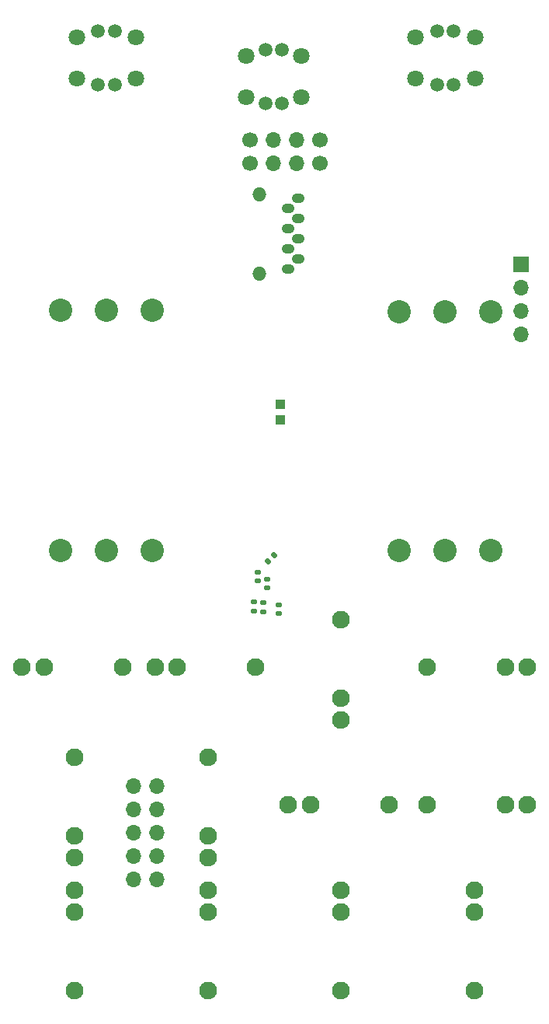
<source format=gbr>
G04 #@! TF.GenerationSoftware,KiCad,Pcbnew,8.0.5*
G04 #@! TF.CreationDate,2024-10-10T15:49:41-07:00*
G04 #@! TF.ProjectId,Sampler-built,53616d70-6c65-4722-9d62-75696c742e6b,rev?*
G04 #@! TF.SameCoordinates,PX38444c0PY67f3540*
G04 #@! TF.FileFunction,Soldermask,Bot*
G04 #@! TF.FilePolarity,Negative*
%FSLAX46Y46*%
G04 Gerber Fmt 4.6, Leading zero omitted, Abs format (unit mm)*
G04 Created by KiCad (PCBNEW 8.0.5) date 2024-10-10 15:49:41*
%MOMM*%
%LPD*%
G01*
G04 APERTURE LIST*
G04 Aperture macros list*
%AMRoundRect*
0 Rectangle with rounded corners*
0 $1 Rounding radius*
0 $2 $3 $4 $5 $6 $7 $8 $9 X,Y pos of 4 corners*
0 Add a 4 corners polygon primitive as box body*
4,1,4,$2,$3,$4,$5,$6,$7,$8,$9,$2,$3,0*
0 Add four circle primitives for the rounded corners*
1,1,$1+$1,$2,$3*
1,1,$1+$1,$4,$5*
1,1,$1+$1,$6,$7*
1,1,$1+$1,$8,$9*
0 Add four rect primitives between the rounded corners*
20,1,$1+$1,$2,$3,$4,$5,0*
20,1,$1+$1,$4,$5,$6,$7,0*
20,1,$1+$1,$6,$7,$8,$9,0*
20,1,$1+$1,$8,$9,$2,$3,0*%
G04 Aperture macros list end*
%ADD10C,1.700000*%
%ADD11O,1.700000X1.700000*%
%ADD12R,1.700000X1.700000*%
%ADD13C,1.930400*%
%ADD14RoundRect,0.147500X-0.172500X0.147500X-0.172500X-0.147500X0.172500X-0.147500X0.172500X0.147500X0*%
%ADD15C,1.800000*%
%ADD16C,1.500000*%
%ADD17O,1.397000X1.092200*%
%ADD18O,1.524000X1.524000*%
%ADD19R,1.000000X1.000000*%
%ADD20C,2.540000*%
%ADD21RoundRect,0.147500X0.172500X-0.147500X0.172500X0.147500X-0.172500X0.147500X-0.172500X-0.147500X0*%
%ADD22RoundRect,0.147500X0.017678X-0.226274X0.226274X-0.017678X-0.017678X0.226274X-0.226274X0.017678X0*%
G04 APERTURE END LIST*
D10*
G04 #@! TO.C,J4*
X-32104785Y91900000D03*
X-32104785Y94440000D03*
D11*
X-29564785Y91900000D03*
X-29564785Y94440000D03*
X-27024785Y91900000D03*
X-27024785Y94440000D03*
D10*
X-24484785Y91900000D03*
X-24484785Y94440000D03*
G04 #@! TD*
D12*
G04 #@! TO.C,J3*
X-2524785Y80900000D03*
D11*
X-2524785Y78360000D03*
X-2524785Y75820000D03*
X-2524785Y73280000D03*
G04 #@! TD*
G04 #@! TO.C,J10*
X-42274785Y13930000D03*
X-44814785Y13930000D03*
X-42274785Y16470000D03*
X-44814785Y16470000D03*
X-42274785Y19010000D03*
X-44814785Y19010000D03*
X-42274785Y21550000D03*
X-44814785Y21550000D03*
X-42274785Y24090000D03*
X-44814785Y24090000D03*
G04 #@! TD*
D13*
G04 #@! TO.C,J12*
X-51206000Y27276000D03*
X-51206000Y16303200D03*
X-51206000Y18716200D03*
G04 #@! TD*
G04 #@! TO.C,J17*
X-22158000Y1833000D03*
X-22158000Y12805800D03*
X-22158000Y10392800D03*
G04 #@! TD*
G04 #@! TO.C,J16*
X-7630000Y1833000D03*
X-7630000Y12805800D03*
X-7630000Y10392800D03*
G04 #@! TD*
D14*
G04 #@! TO.C,C30*
X-28984785Y43875000D03*
X-28984785Y42905000D03*
G04 #@! TD*
D15*
G04 #@! TO.C,Bank_But1*
X-7570000Y105654000D03*
X-14070000Y105654000D03*
X-7570000Y101154000D03*
X-14070000Y101154000D03*
D16*
X-9920000Y106304000D03*
X-11720000Y106304000D03*
X-11720000Y100504000D03*
X-9920000Y100504000D03*
G04 #@! TD*
D17*
G04 #@! TO.C,SD1*
X-27953000Y80396249D03*
X-26853180Y81496069D03*
X-27953000Y82596143D03*
X-26853180Y83695963D03*
X-27953000Y84796037D03*
X-26853180Y85895857D03*
X-27953000Y86995931D03*
X-26853180Y88095751D03*
D18*
X-31122920Y79953400D03*
X-31122920Y88538600D03*
G04 #@! TD*
D19*
G04 #@! TO.C,C4*
X-28771285Y63996678D03*
X-28771285Y65696678D03*
G04 #@! TD*
D20*
G04 #@! TO.C,POT_LENGTH1*
X-42760000Y49810000D03*
X-47760000Y49810000D03*
X-52760000Y49810000D03*
G04 #@! TD*
D13*
G04 #@! TO.C,J2*
X-22157000Y42272000D03*
X-22157000Y31299200D03*
X-22157000Y33712200D03*
G04 #@! TD*
D20*
G04 #@! TO.C,POT_PITCH1*
X-5820000Y75803000D03*
X-10820000Y75803000D03*
X-15820000Y75803000D03*
G04 #@! TD*
D13*
G04 #@! TO.C,J7*
X-45999000Y37065000D03*
X-56971800Y37065000D03*
X-54558800Y37065000D03*
G04 #@! TD*
D14*
G04 #@! TO.C,C32*
X-30697357Y44089454D03*
X-30697357Y43119454D03*
G04 #@! TD*
D13*
G04 #@! TO.C,J6*
X-31478000Y37065000D03*
X-42450800Y37065000D03*
X-40037800Y37065000D03*
G04 #@! TD*
G04 #@! TO.C,J15*
X-36685000Y1833000D03*
X-36685000Y12805800D03*
X-36685000Y10392800D03*
G04 #@! TD*
D15*
G04 #@! TO.C,REV_BUT1*
X-44510000Y105654000D03*
X-51010000Y105654000D03*
X-44510000Y101154000D03*
X-51010000Y101154000D03*
D16*
X-46860000Y106304000D03*
X-48660000Y106304000D03*
X-48660000Y100504000D03*
X-46860000Y100504000D03*
G04 #@! TD*
D14*
G04 #@! TO.C,C28*
X-30261493Y46645710D03*
X-30261493Y45675710D03*
G04 #@! TD*
D21*
G04 #@! TO.C,C33*
X-31277493Y46440758D03*
X-31277493Y47410758D03*
G04 #@! TD*
D13*
G04 #@! TO.C,J9*
X-36685000Y27276000D03*
X-36685000Y16303200D03*
X-36685000Y18716200D03*
G04 #@! TD*
G04 #@! TO.C,J8*
X-12838000Y37065000D03*
X-1865200Y37065000D03*
X-4278200Y37065000D03*
G04 #@! TD*
G04 #@! TO.C,J11*
X-51206000Y1833000D03*
X-51206000Y12805800D03*
X-51206000Y10392800D03*
G04 #@! TD*
G04 #@! TO.C,J13*
X-12838000Y22069000D03*
X-1865200Y22069000D03*
X-4278200Y22069000D03*
G04 #@! TD*
G04 #@! TO.C,J14*
X-16951000Y22069000D03*
X-27923800Y22069000D03*
X-25510800Y22069000D03*
G04 #@! TD*
D15*
G04 #@! TO.C,PLAY_BUT1*
X-26535000Y103622000D03*
X-32527000Y103622000D03*
X-26535000Y99122000D03*
X-32527000Y99122000D03*
D16*
X-28631000Y104272000D03*
X-30431000Y104272000D03*
X-30431000Y98472000D03*
X-28631000Y98472000D03*
G04 #@! TD*
D22*
G04 #@! TO.C,C27*
X-30134232Y48573731D03*
X-29448338Y49259625D03*
G04 #@! TD*
D21*
G04 #@! TO.C,C31*
X-31656461Y43176350D03*
X-31656461Y44146350D03*
G04 #@! TD*
D20*
G04 #@! TO.C,POT_SAMP1*
X-42760000Y75972000D03*
X-47760000Y75972000D03*
X-52760000Y75972000D03*
G04 #@! TD*
G04 #@! TO.C,POT_START1*
X-5820000Y49810000D03*
X-10820000Y49810000D03*
X-15820000Y49810000D03*
G04 #@! TD*
M02*

</source>
